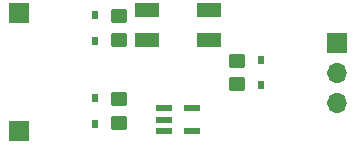
<source format=gbr>
%TF.GenerationSoftware,KiCad,Pcbnew,7.0.5*%
%TF.CreationDate,2024-02-16T16:10:36-06:00*%
%TF.ProjectId,GATE,47415445-2e6b-4696-9361-645f70636258,rev?*%
%TF.SameCoordinates,Original*%
%TF.FileFunction,Soldermask,Top*%
%TF.FilePolarity,Negative*%
%FSLAX46Y46*%
G04 Gerber Fmt 4.6, Leading zero omitted, Abs format (unit mm)*
G04 Created by KiCad (PCBNEW 7.0.5) date 2024-02-16 16:10:36*
%MOMM*%
%LPD*%
G01*
G04 APERTURE LIST*
G04 Aperture macros list*
%AMRoundRect*
0 Rectangle with rounded corners*
0 $1 Rounding radius*
0 $2 $3 $4 $5 $6 $7 $8 $9 X,Y pos of 4 corners*
0 Add a 4 corners polygon primitive as box body*
4,1,4,$2,$3,$4,$5,$6,$7,$8,$9,$2,$3,0*
0 Add four circle primitives for the rounded corners*
1,1,$1+$1,$2,$3*
1,1,$1+$1,$4,$5*
1,1,$1+$1,$6,$7*
1,1,$1+$1,$8,$9*
0 Add four rect primitives between the rounded corners*
20,1,$1+$1,$2,$3,$4,$5,0*
20,1,$1+$1,$4,$5,$6,$7,0*
20,1,$1+$1,$6,$7,$8,$9,0*
20,1,$1+$1,$8,$9,$2,$3,0*%
G04 Aperture macros list end*
%ADD10RoundRect,0.250000X-0.450000X0.350000X-0.450000X-0.350000X0.450000X-0.350000X0.450000X0.350000X0*%
%ADD11R,0.609600X0.660400*%
%ADD12R,1.473200X0.558800*%
%ADD13R,1.700000X1.700000*%
%ADD14O,1.700000X1.700000*%
%ADD15RoundRect,0.102000X-0.937500X-0.525000X0.937500X-0.525000X0.937500X0.525000X-0.937500X0.525000X0*%
%ADD16RoundRect,0.102000X0.937500X0.525000X-0.937500X0.525000X-0.937500X-0.525000X0.937500X-0.525000X0*%
G04 APERTURE END LIST*
D10*
%TO.C,R3*%
X160000000Y-86500000D03*
X160000000Y-88500000D03*
%TD*%
D11*
%TO.C,LED1*%
X148000000Y-84829500D03*
X148000000Y-82670500D03*
%TD*%
D10*
%TO.C,R1*%
X150000000Y-82750000D03*
X150000000Y-84750000D03*
%TD*%
%TO.C,R2*%
X150000000Y-89750000D03*
X150000000Y-91750000D03*
%TD*%
D11*
%TO.C,LED2*%
X148000000Y-89670500D03*
X148000000Y-91829500D03*
%TD*%
D12*
%TO.C,U1*%
X153806200Y-90549999D03*
X153806200Y-91500000D03*
X153806200Y-92450001D03*
X156193800Y-92450001D03*
X156193800Y-90549999D03*
%TD*%
D13*
%TO.C,J1*%
X141500000Y-82500000D03*
%TD*%
D11*
%TO.C,LED3*%
X162000000Y-88579500D03*
X162000000Y-86420500D03*
%TD*%
D13*
%TO.C,J2*%
X141500000Y-92500000D03*
%TD*%
D14*
%TO.C,J3*%
X168500000Y-90080000D03*
X168500000Y-87540000D03*
D13*
X168500000Y-85000000D03*
%TD*%
D15*
%TO.C,D1*%
X152337500Y-82250000D03*
D16*
X157662500Y-82250000D03*
D15*
X152337500Y-84750000D03*
D16*
X157662500Y-84750000D03*
%TD*%
M02*

</source>
